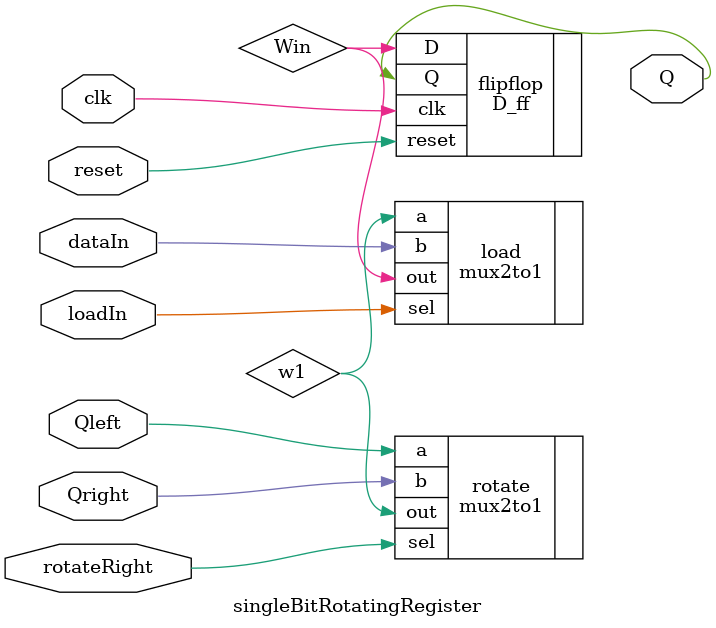
<source format=v>
`timescale 1ns/1ns

module singleBitRotatingRegister(input clk, reset, loadIn, rotateRight, dataIn, Qleft, Qright, output Q);
	wire w1, Win;

	mux2to1 rotate  (.sel(rotateRight), .a(Qleft), .b(Qright), .out(w1));
	mux2to1 load    (.sel(loadIn), .a(w1), .b(dataIn), .out(Win));

	D_ff flipflop(.D(Win), .reset(reset), .clk(clk), .Q(Q));
endmodule
</source>
